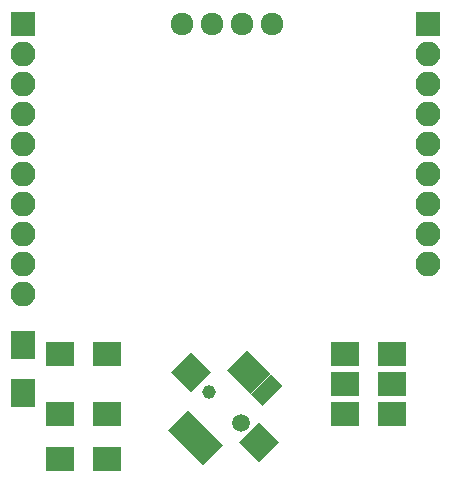
<source format=gbr>
G04 #@! TF.FileFunction,Soldermask,Top*
%FSLAX46Y46*%
G04 Gerber Fmt 4.6, Leading zero omitted, Abs format (unit mm)*
G04 Created by KiCad (PCBNEW 4.0.7) date 08/30/18 10:37:52*
%MOMM*%
%LPD*%
G01*
G04 APERTURE LIST*
%ADD10C,0.100000*%
%ADD11R,2.400000X2.000000*%
%ADD12R,2.400000X2.100000*%
%ADD13R,2.100000X2.100000*%
%ADD14O,2.100000X2.100000*%
%ADD15C,1.924000*%
%ADD16R,2.100000X2.400000*%
%ADD17C,1.160000*%
%ADD18C,1.500000*%
G04 APERTURE END LIST*
D10*
D11*
X109760000Y-83820000D03*
X113760000Y-83820000D03*
D12*
X109760000Y-88900000D03*
X113760000Y-88900000D03*
D13*
X140970000Y-55880000D03*
D14*
X140970000Y-58420000D03*
X140970000Y-60960000D03*
X140970000Y-63500000D03*
X140970000Y-66040000D03*
X140970000Y-68580000D03*
X140970000Y-71120000D03*
X140970000Y-73660000D03*
X140970000Y-76200000D03*
D13*
X106680000Y-55880000D03*
D14*
X106680000Y-58420000D03*
X106680000Y-60960000D03*
X106680000Y-63500000D03*
X106680000Y-66040000D03*
X106680000Y-68580000D03*
X106680000Y-71120000D03*
X106680000Y-73660000D03*
X106680000Y-76200000D03*
X106680000Y-78740000D03*
D15*
X120142000Y-55880000D03*
X122682000Y-55880000D03*
X125222000Y-55880000D03*
X127762000Y-55880000D03*
D12*
X133890000Y-83820000D03*
X137890000Y-83820000D03*
X113760000Y-92710000D03*
X109760000Y-92710000D03*
X133890000Y-86360000D03*
X137890000Y-86360000D03*
X133890000Y-88900000D03*
X137890000Y-88900000D03*
D16*
X106680000Y-87090000D03*
X106680000Y-83090000D03*
D10*
G36*
X126930688Y-88196878D02*
X125940738Y-87206928D01*
X127637794Y-85509872D01*
X128627744Y-86499822D01*
X126930688Y-88196878D01*
X126930688Y-88196878D01*
G37*
G36*
X125923060Y-87189251D02*
X124933110Y-86199301D01*
X126630166Y-84502245D01*
X127620116Y-85492195D01*
X125923060Y-87189251D01*
X125923060Y-87189251D01*
G37*
G36*
X124915433Y-86181623D02*
X123925483Y-85191673D01*
X125622539Y-83494617D01*
X126612489Y-84484567D01*
X124915433Y-86181623D01*
X124915433Y-86181623D01*
G37*
G36*
X119894975Y-91202082D02*
X118905025Y-90212132D01*
X120602081Y-88515076D01*
X121592031Y-89505026D01*
X119894975Y-91202082D01*
X119894975Y-91202082D01*
G37*
G36*
X121910229Y-93217336D02*
X120920279Y-92227386D01*
X122617335Y-90530330D01*
X123607285Y-91520280D01*
X121910229Y-93217336D01*
X121910229Y-93217336D01*
G37*
G36*
X120902602Y-92209709D02*
X119912652Y-91219759D01*
X121609708Y-89522703D01*
X122599658Y-90512653D01*
X120902602Y-92209709D01*
X120902602Y-92209709D01*
G37*
G36*
X126683200Y-92969848D02*
X124986144Y-91272792D01*
X126683200Y-89575736D01*
X128380256Y-91272792D01*
X126683200Y-92969848D01*
X126683200Y-92969848D01*
G37*
G36*
X120884924Y-87030151D02*
X119187868Y-85333095D01*
X120884924Y-83636039D01*
X122581980Y-85333095D01*
X120884924Y-87030151D01*
X120884924Y-87030151D01*
G37*
D17*
X122405204Y-86994796D03*
D18*
X125092210Y-89681802D03*
M02*

</source>
